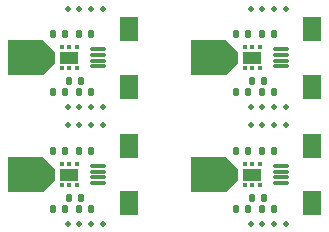
<source format=gts>
G04 #@! TF.GenerationSoftware,KiCad,Pcbnew,7.0.10*
G04 #@! TF.CreationDate,2024-01-04T17:00:18+01:00*
G04 #@! TF.ProjectId,temperature-sensor-2x2,74656d70-6572-4617-9475-72652d73656e,rev?*
G04 #@! TF.SameCoordinates,Original*
G04 #@! TF.FileFunction,Soldermask,Top*
G04 #@! TF.FilePolarity,Negative*
%FSLAX46Y46*%
G04 Gerber Fmt 4.6, Leading zero omitted, Abs format (unit mm)*
G04 Created by KiCad (PCBNEW 7.0.10) date 2024-01-04 17:00:18*
%MOMM*%
%LPD*%
G01*
G04 APERTURE LIST*
G04 Aperture macros list*
%AMRoundRect*
0 Rectangle with rounded corners*
0 $1 Rounding radius*
0 $2 $3 $4 $5 $6 $7 $8 $9 X,Y pos of 4 corners*
0 Add a 4 corners polygon primitive as box body*
4,1,4,$2,$3,$4,$5,$6,$7,$8,$9,$2,$3,0*
0 Add four circle primitives for the rounded corners*
1,1,$1+$1,$2,$3*
1,1,$1+$1,$4,$5*
1,1,$1+$1,$6,$7*
1,1,$1+$1,$8,$9*
0 Add four rect primitives between the rounded corners*
20,1,$1+$1,$2,$3,$4,$5,0*
20,1,$1+$1,$4,$5,$6,$7,0*
20,1,$1+$1,$6,$7,$8,$9,0*
20,1,$1+$1,$8,$9,$2,$3,0*%
G04 Aperture macros list end*
%ADD10C,0.000000*%
%ADD11C,0.500000*%
%ADD12RoundRect,0.075000X0.575000X-0.075000X0.575000X0.075000X-0.575000X0.075000X-0.575000X-0.075000X0*%
%ADD13R,1.600000X2.000000*%
%ADD14RoundRect,0.135000X-0.135000X-0.185000X0.135000X-0.185000X0.135000X0.185000X-0.135000X0.185000X0*%
%ADD15RoundRect,0.135000X0.135000X0.185000X-0.135000X0.185000X-0.135000X-0.185000X0.135000X-0.185000X0*%
%ADD16RoundRect,0.093750X-0.106250X0.093750X-0.106250X-0.093750X0.106250X-0.093750X0.106250X0.093750X0*%
%ADD17R,1.600000X1.000000*%
%ADD18RoundRect,0.140000X-0.140000X-0.170000X0.140000X-0.170000X0.140000X0.170000X-0.140000X0.170000X0*%
G04 APERTURE END LIST*
D10*
G36*
X153700000Y-31450000D02*
G01*
X153700000Y-32450000D01*
X152700000Y-33450000D01*
X149700000Y-33450000D01*
X149700000Y-30450000D01*
X152700000Y-30450000D01*
X153700000Y-31450000D01*
G37*
G36*
X138200000Y-31450000D02*
G01*
X138200000Y-32450000D01*
X137200000Y-33450000D01*
X134200000Y-33450000D01*
X134200000Y-30450000D01*
X137200000Y-30450000D01*
X138200000Y-31450000D01*
G37*
G36*
X138200000Y-41350000D02*
G01*
X138200000Y-42350000D01*
X137200000Y-43350000D01*
X134200000Y-43350000D01*
X134200000Y-40350000D01*
X137200000Y-40350000D01*
X138200000Y-41350000D01*
G37*
G36*
X153700000Y-41350000D02*
G01*
X153700000Y-42350000D01*
X152700000Y-43350000D01*
X149700000Y-43350000D01*
X149700000Y-40350000D01*
X152700000Y-40350000D01*
X153700000Y-41350000D01*
G37*
D11*
X140250000Y-36100000D03*
X142250013Y-37700310D03*
D12*
X141800000Y-42600000D03*
X141800000Y-42100000D03*
X141800000Y-41600000D03*
X141800000Y-41100000D03*
D13*
X144480000Y-44300000D03*
X144480000Y-39400000D03*
D11*
X140250000Y-27800000D03*
X156750000Y-46000000D03*
D14*
X153550000Y-44765000D03*
X154570000Y-44765000D03*
X155710000Y-29955000D03*
X156730000Y-29955000D03*
D15*
X139070000Y-29955000D03*
X138050000Y-29955000D03*
D11*
X141250013Y-37700240D03*
X142250000Y-27800000D03*
D14*
X140210000Y-39855000D03*
X141230000Y-39855000D03*
D11*
X154750000Y-36100000D03*
X154750000Y-27800000D03*
X157750000Y-36100000D03*
X155750000Y-36100000D03*
X139250000Y-46000000D03*
X142250000Y-46000000D03*
D15*
X139070000Y-39855000D03*
X138050000Y-39855000D03*
D11*
X154750000Y-37700000D03*
X140250014Y-37700171D03*
D16*
X140050000Y-31062500D03*
X139400000Y-31062500D03*
X138750000Y-31062500D03*
X138750000Y-32837500D03*
X139400000Y-32837500D03*
X140050000Y-32837500D03*
D17*
X139400000Y-31950000D03*
D16*
X155550000Y-40962500D03*
X154900000Y-40962500D03*
X154250000Y-40962500D03*
X154250000Y-42737500D03*
X154900000Y-42737500D03*
X155550000Y-42737500D03*
D17*
X154900000Y-41850000D03*
D11*
X141250000Y-46000000D03*
D14*
X153550000Y-34865000D03*
X154570000Y-34865000D03*
D11*
X157750000Y-46000000D03*
X140250000Y-46000000D03*
D16*
X155550000Y-31062500D03*
X154900000Y-31062500D03*
X154250000Y-31062500D03*
X154250000Y-32837500D03*
X154900000Y-32837500D03*
X155550000Y-32837500D03*
D17*
X154900000Y-31950000D03*
D11*
X157750000Y-37700000D03*
X154750000Y-46000000D03*
D14*
X155710000Y-39855000D03*
X156730000Y-39855000D03*
D15*
X141230000Y-34865000D03*
X140210000Y-34865000D03*
D18*
X139400000Y-43835000D03*
X140360000Y-43835000D03*
D15*
X156730000Y-34865000D03*
X155710000Y-34865000D03*
X154570000Y-29955000D03*
X153550000Y-29955000D03*
D11*
X139250014Y-37700102D03*
X141250000Y-36100000D03*
X156750000Y-27800000D03*
D12*
X157300000Y-32700000D03*
X157300000Y-32200000D03*
X157300000Y-31700000D03*
X157300000Y-31200000D03*
D13*
X159980000Y-34400000D03*
X159980000Y-29500000D03*
D18*
X154900000Y-33935000D03*
X155860000Y-33935000D03*
X154900000Y-43835000D03*
X155860000Y-43835000D03*
D14*
X138050000Y-34865000D03*
X139070000Y-34865000D03*
D15*
X154570000Y-39855000D03*
X153550000Y-39855000D03*
D11*
X141250000Y-27800000D03*
X139250000Y-36100000D03*
D18*
X139400000Y-33935000D03*
X140360000Y-33935000D03*
D15*
X141230000Y-44765000D03*
X140210000Y-44765000D03*
D11*
X156750000Y-36100000D03*
X142250000Y-36100000D03*
X157750000Y-27800000D03*
D15*
X156730000Y-44765000D03*
X155710000Y-44765000D03*
D14*
X140210000Y-29955000D03*
X141230000Y-29955000D03*
D11*
X139250000Y-27800000D03*
X155750000Y-46000000D03*
X155750000Y-37700000D03*
X155750000Y-27800000D03*
D12*
X157300000Y-42600000D03*
X157300000Y-42100000D03*
X157300000Y-41600000D03*
X157300000Y-41100000D03*
D13*
X159980000Y-44300000D03*
X159980000Y-39400000D03*
D16*
X140050000Y-40962500D03*
X139400000Y-40962500D03*
X138750000Y-40962500D03*
X138750000Y-42737500D03*
X139400000Y-42737500D03*
X140050000Y-42737500D03*
D17*
X139400000Y-41850000D03*
D11*
X156750000Y-37700000D03*
D14*
X138050000Y-44765000D03*
X139070000Y-44765000D03*
D12*
X141800000Y-32700000D03*
X141800000Y-32200000D03*
X141800000Y-31700000D03*
X141800000Y-31200000D03*
D13*
X144480000Y-34400000D03*
X144480000Y-29500000D03*
M02*

</source>
